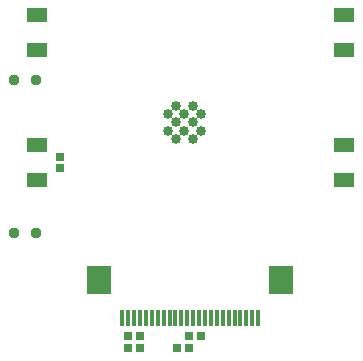
<source format=gts>
G04*
G04 #@! TF.GenerationSoftware,Altium Limited,Altium Designer,24.10.1 (45)*
G04*
G04 Layer_Color=8388736*
%FSLAX25Y25*%
%MOIN*%
G70*
G04*
G04 #@! TF.SameCoordinates,F1BA22F4-9FB4-4C3A-9B32-68D4286BD9C5*
G04*
G04*
G04 #@! TF.FilePolarity,Negative*
G04*
G01*
G75*
%ADD18R,0.08071X0.09252*%
%ADD19R,0.01772X0.05709*%
%ADD20R,0.02953X0.02953*%
%ADD21R,0.02953X0.02953*%
%ADD22R,0.06890X0.04528*%
%ADD23C,0.00591*%
%ADD24C,0.03740*%
%ADD25C,0.03347*%
D18*
X101181Y31693D02*
D03*
X40551D02*
D03*
D19*
X93504Y18898D02*
D03*
X91535D02*
D03*
X89567D02*
D03*
X87598D02*
D03*
X85630D02*
D03*
X83661D02*
D03*
X81693D02*
D03*
X79724D02*
D03*
X77756D02*
D03*
X75787D02*
D03*
X73819D02*
D03*
X71850D02*
D03*
X69882D02*
D03*
X67913D02*
D03*
X65945D02*
D03*
X63976D02*
D03*
X62008D02*
D03*
X60039D02*
D03*
X58071D02*
D03*
X56102D02*
D03*
X54134D02*
D03*
X52165D02*
D03*
X50197D02*
D03*
X48228D02*
D03*
D20*
X66535Y9055D02*
D03*
X70472D02*
D03*
Y12992D02*
D03*
X74409D02*
D03*
X54134D02*
D03*
X50197D02*
D03*
Y9055D02*
D03*
X54134D02*
D03*
D21*
X27559Y72835D02*
D03*
Y68898D02*
D03*
D22*
X19685Y76772D02*
D03*
Y64961D02*
D03*
Y120079D02*
D03*
Y108268D02*
D03*
X122047Y120079D02*
D03*
Y108268D02*
D03*
Y76772D02*
D03*
Y64961D02*
D03*
D23*
X100039Y21654D02*
D03*
X122795D02*
D03*
D24*
X12205Y98425D02*
D03*
X19291D02*
D03*
X12205Y47244D02*
D03*
X19291D02*
D03*
D25*
X63386Y81496D02*
D03*
X74409D02*
D03*
Y87008D02*
D03*
X63386D02*
D03*
X66142Y78740D02*
D03*
X71653D02*
D03*
Y89764D02*
D03*
X66142D02*
D03*
Y84252D02*
D03*
X71653D02*
D03*
X68898Y81496D02*
D03*
Y87008D02*
D03*
M02*

</source>
